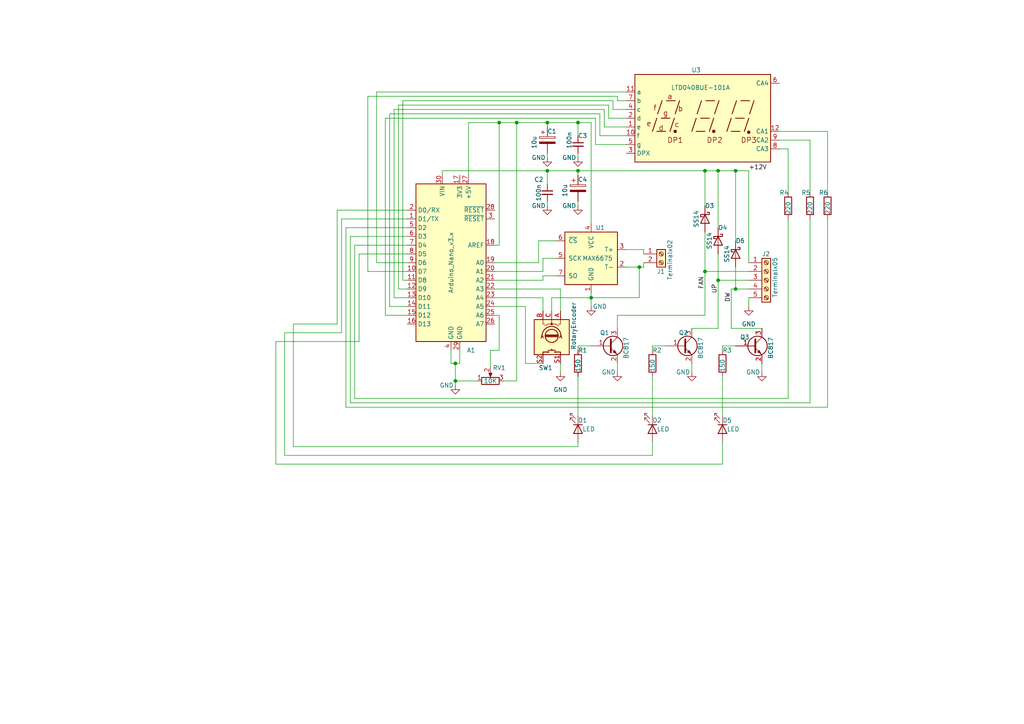
<source format=kicad_sch>
(kicad_sch (version 20230121) (generator eeschema)
  (paper "A4")
  (lib_symbols
    (symbol "Connector:Screw_Terminal_01x02" (pin_names (offset 1.016) hide)
      (property "Reference" "J" (at 0 2.54 0))
      (property "Value" "Screw_Terminal_01x02" (at 0 -5.08 0))
      (symbol "Screw_Terminal_01x02_1_1"
        (rectangle (start -1.27 1.27) (end 1.27 -3.81) (stroke (width 0.254)) (fill (type background)))
        (circle (center 0 -2.54) (radius 0.635) (stroke (width 0.1524)))
        (polyline (pts (xy -0.5334 -2.2098) (xy 0.3302 -3.048)) (stroke (width 0.1524)))
        (polyline (pts (xy -0.5334 0.3302) (xy 0.3302 -0.508)) (stroke (width 0.1524)))
        (polyline (pts (xy -0.3556 -2.032) (xy 0.508 -2.8702)) (stroke (width 0.1524)))
        (polyline (pts (xy -0.3556 0.508) (xy 0.508 -0.3302)) (stroke (width 0.1524)))
        (circle (center 0 0) (radius 0.635) (stroke (width 0.1524)))
        (pin passive line (at -5.08 0 0) (length 3.81) (name "Pin_1") (number "1"))
        (pin passive line (at -5.08 -2.54 0) (length 3.81) (name "Pin_2") (number "2"))
      )
    )
    (symbol "Connector:Screw_Terminal_01x05" (pin_names (offset 1.016) hide)
      (property "Reference" "J" (at 0 7.62 0))
      (property "Value" "Screw_Terminal_01x05" (at 0 -7.62 0))
      (symbol "Screw_Terminal_01x05_1_1"
        (rectangle (start -1.27 6.35) (end 1.27 -6.35) (stroke (width 0.254)) (fill (type background)))
        (circle (center 0 -5.08) (radius 0.635) (stroke (width 0.1524)))
        (circle (center 0 -2.54) (radius 0.635) (stroke (width 0.1524)))
        (polyline (pts (xy -0.5334 -4.7498) (xy 0.3302 -5.588)) (stroke (width 0.1524)))
        (polyline (pts (xy -0.5334 -2.2098) (xy 0.3302 -3.048)) (stroke (width 0.1524)))
        (polyline (pts (xy -0.5334 0.3302) (xy 0.3302 -0.508)) (stroke (width 0.1524)))
        (polyline (pts (xy -0.5334 2.8702) (xy 0.3302 2.032)) (stroke (width 0.1524)))
        (polyline (pts (xy -0.5334 5.4102) (xy 0.3302 4.572)) (stroke (width 0.1524)))
        (polyline (pts (xy -0.3556 -4.572) (xy 0.508 -5.4102)) (stroke (width 0.1524)))
        (polyline (pts (xy -0.3556 -2.032) (xy 0.508 -2.8702)) (stroke (width 0.1524)))
        (polyline (pts (xy -0.3556 0.508) (xy 0.508 -0.3302)) (stroke (width 0.1524)))
        (polyline (pts (xy -0.3556 3.048) (xy 0.508 2.2098)) (stroke (width 0.1524)))
        (polyline (pts (xy -0.3556 5.588) (xy 0.508 4.7498)) (stroke (width 0.1524)))
        (circle (center 0 0) (radius 0.635) (stroke (width 0.1524)))
        (circle (center 0 2.54) (radius 0.635) (stroke (width 0.1524)))
        (circle (center 0 5.08) (radius 0.635) (stroke (width 0.1524)))
        (pin passive line (at -5.08 5.08 0) (length 3.81) (name "Pin_1") (number "1"))
        (pin passive line (at -5.08 2.54 0) (length 3.81) (name "Pin_2") (number "2"))
        (pin passive line (at -5.08 0 0) (length 3.81) (name "Pin_3") (number "3"))
        (pin passive line (at -5.08 -2.54 0) (length 3.81) (name "Pin_4") (number "4"))
        (pin passive line (at -5.08 -5.08 0) (length 3.81) (name "Pin_5") (number "5"))
      )
    )
    (symbol "Device:C_Polarized" (pin_numbers hide) (pin_names (offset 0.254))
      (property "Reference" "C" (at 0.635 2.54 0))
      (property "Value" "C_Polarized" (at 0.635 -2.54 0))
      (symbol "C_Polarized_0_1"
        (rectangle (start -2.286 0.508) (end 2.286 1.016))
        (polyline (pts (xy -1.778 2.286) (xy -0.762 2.286)))
        (polyline (pts (xy -1.27 2.794) (xy -1.27 1.778)))
        (rectangle (start 2.286 -0.508) (end -2.286 -1.016) (fill (type outline)))
      )
      (symbol "C_Polarized_1_1"
        (pin passive line (at 0 3.81 270) (length 2.794) (name "~") (number "1"))
        (pin passive line (at 0 -3.81 90) (length 2.794) (name "~") (number "2"))
      )
    )
    (symbol "Device:C_Small" (pin_numbers hide) (pin_names (offset 0.254) hide)
      (property "Reference" "C" (at 0.254 1.778 0))
      (property "Value" "C_Small" (at 0.254 -2.032 0))
      (symbol "C_Small_0_1"
        (polyline (pts (xy -1.524 -0.508) (xy 1.524 -0.508)) (stroke (width 0.3302)))
        (polyline (pts (xy -1.524 0.508) (xy 1.524 0.508)) (stroke (width 0.3048)))
      )
      (symbol "C_Small_1_1"
        (pin passive line (at 0 2.54 270) (length 2.032) (name "~") (number "1"))
        (pin passive line (at 0 -2.54 90) (length 2.032) (name "~") (number "2"))
      )
    )
    (symbol "Device:D_Schottky" (pin_numbers hide) (pin_names (offset 1.016) hide)
      (property "Reference" "D" (at 0 2.54 0))
      (property "Value" "D_Schottky" (at 0 -2.54 0))
      (symbol "D_Schottky_0_1"
        (polyline (pts (xy 1.27 0) (xy -1.27 0)))
        (polyline (pts (xy 1.27 1.27) (xy 1.27 -1.27) (xy -1.27 0) (xy 1.27 1.27)) (stroke (width 0.254)))
        (polyline (pts (xy -1.905 0.635) (xy -1.905 1.27) (xy -1.27 1.27) (xy -1.27 -1.27) (xy -0.635 -1.27) (xy -0.635 -0.635)) (stroke (width 0.254)))
      )
      (symbol "D_Schottky_1_1"
        (pin passive line (at -3.81 0 0) (length 2.54) (name "K") (number "1"))
        (pin passive line (at 3.81 0 180) (length 2.54) (name "A") (number "2"))
      )
    )
    (symbol "Device:LED" (pin_numbers hide) (pin_names (offset 1.016) hide)
      (property "Reference" "D" (at 0 2.54 0))
      (property "Value" "LED" (at 0 -2.54 0))
      (symbol "LED_0_1"
        (polyline (pts (xy -1.27 -1.27) (xy -1.27 1.27)) (stroke (width 0.254)))
        (polyline (pts (xy -1.27 0) (xy 1.27 0)))
        (polyline (pts (xy 1.27 -1.27) (xy 1.27 1.27) (xy -1.27 0) (xy 1.27 -1.27)) (stroke (width 0.254)))
        (polyline (pts (xy -3.048 -0.762) (xy -4.572 -2.286) (xy -3.81 -2.286) (xy -4.572 -2.286) (xy -4.572 -1.524)))
        (polyline (pts (xy -1.778 -0.762) (xy -3.302 -2.286) (xy -2.54 -2.286) (xy -3.302 -2.286) (xy -3.302 -1.524)))
      )
      (symbol "LED_1_1"
        (pin passive line (at -3.81 0 0) (length 2.54) (name "K") (number "1"))
        (pin passive line (at 3.81 0 180) (length 2.54) (name "A") (number "2"))
      )
    )
    (symbol "Device:R" (pin_numbers hide) (pin_names (offset 0))
      (property "Reference" "R" (at 2.032 0 90))
      (property "Value" "R" (at 0 0 90))
      (symbol "R_0_1"
        (rectangle (start -1.016 -2.54) (end 1.016 2.54) (stroke (width 0.254)))
      )
      (symbol "R_1_1"
        (pin passive line (at 0 3.81 270) (length 1.27) (name "~") (number "1"))
        (pin passive line (at 0 -3.81 90) (length 1.27) (name "~") (number "2"))
      )
    )
    (symbol "Device:R_Potentiometer" (pin_names (offset 1.016) hide)
      (property "Reference" "RV" (at -4.445 0 90))
      (property "Value" "R_Potentiometer" (at -2.54 0 90))
      (symbol "R_Potentiometer_0_1"
        (polyline (pts (xy 2.54 0) (xy 1.524 0)))
        (polyline (pts (xy 1.143 0) (xy 2.286 0.508) (xy 2.286 -0.508) (xy 1.143 0)) (fill (type outline)))
        (rectangle (start 1.016 2.54) (end -1.016 -2.54) (stroke (width 0.254)))
      )
      (symbol "R_Potentiometer_1_1"
        (pin passive line (at 0 3.81 270) (length 1.27) (name "1") (number "1"))
        (pin passive line (at 3.81 0 180) (length 1.27) (name "2") (number "2"))
        (pin passive line (at 0 -3.81 90) (length 1.27) (name "3") (number "3"))
      )
    )
    (symbol "Device:RotaryEncoder_Switch" (pin_names (offset 0.254) hide)
      (property "Reference" "SW" (at 0 6.604 0))
      (property "Value" "RotaryEncoder_Switch" (at 0 -6.604 0))
      (symbol "RotaryEncoder_Switch_0_1"
        (rectangle (start -5.08 5.08) (end 5.08 -5.08) (stroke (width 0.254)) (fill (type background)))
        (circle (center -3.81 0) (radius 0.254) (fill (type outline)))
        (circle (center -0.381 0) (radius 1.905) (stroke (width 0.254)))
        (arc (start -0.381 2.667) (mid -3.0988 -0.0635) (end -0.381 -2.794) (stroke (width 0.254)))
        (polyline (pts (xy -0.635 -1.778) (xy -0.635 1.778)) (stroke (width 0.254)))
        (polyline (pts (xy -0.381 -1.778) (xy -0.381 1.778)) (stroke (width 0.254)))
        (polyline (pts (xy -0.127 1.778) (xy -0.127 -1.778)) (stroke (width 0.254)))
        (polyline (pts (xy 3.81 0) (xy 3.429 0)) (stroke (width 0.254)))
        (polyline (pts (xy 3.81 1.016) (xy 3.81 -1.016)) (stroke (width 0.254)))
        (polyline (pts (xy -5.08 -2.54) (xy -3.81 -2.54) (xy -3.81 -2.032)))
        (polyline (pts (xy -5.08 2.54) (xy -3.81 2.54) (xy -3.81 2.032)))
        (polyline (pts (xy 0.254 -3.048) (xy -0.508 -2.794) (xy 0.127 -2.413)) (stroke (width 0.254)))
        (polyline (pts (xy 0.254 2.921) (xy -0.508 2.667) (xy 0.127 2.286)) (stroke (width 0.254)))
        (polyline (pts (xy 5.08 -2.54) (xy 4.318 -2.54) (xy 4.318 -1.016)) (stroke (width 0.254)))
        (polyline (pts (xy 5.08 2.54) (xy 4.318 2.54) (xy 4.318 1.016)) (stroke (width 0.254)))
        (polyline (pts (xy -5.08 0) (xy -3.81 0) (xy -3.81 -1.016) (xy -3.302 -2.032)))
        (polyline (pts (xy -4.318 0) (xy -3.81 0) (xy -3.81 1.016) (xy -3.302 2.032)))
        (circle (center 4.318 -1.016) (radius 0.127) (stroke (width 0.254)))
        (circle (center 4.318 1.016) (radius 0.127) (stroke (width 0.254)))
      )
      (symbol "RotaryEncoder_Switch_1_1"
        (pin passive line (at -7.62 2.54 0) (length 2.54) (name "A") (number "A"))
        (pin passive line (at -7.62 -2.54 0) (length 2.54) (name "B") (number "B"))
        (pin passive line (at -7.62 0 0) (length 2.54) (name "C") (number "C"))
        (pin passive line (at 7.62 2.54 180) (length 2.54) (name "S1") (number "S1"))
        (pin passive line (at 7.62 -2.54 180) (length 2.54) (name "S2") (number "S2"))
      )
    )
    (symbol "Display_Character:CA56-12SRWA"
      (property "Reference" "U?" (at -5.715 17.78 0))
      (property "Value" "LTD040BUE-101A" (at -5.715 15.24 0))
      (symbol "CA56-12SRWA_0_0"
        (rectangle (start -25.4 12.7) (end 13.97 -12.7) (stroke (width 0.254)) (fill (type background)))
        (polyline (pts (xy -20.32 -3.81) (xy -19.05 0)) (stroke (width 0.254)))
        (polyline (pts (xy -19.05 -3.81) (xy -16.51 -3.81)) (stroke (width 0.254)))
        (polyline (pts (xy -18.796 1.27) (xy -17.526 5.08)) (stroke (width 0.254)))
        (polyline (pts (xy -17.78 0) (xy -15.24 0)) (stroke (width 0.254)))
        (polyline (pts (xy -16.256 5.08) (xy -13.716 5.08)) (stroke (width 0.254)))
        (polyline (pts (xy -15.24 -3.81) (xy -13.97 0)) (stroke (width 0.254)))
        (polyline (pts (xy -13.716 1.27) (xy -12.446 5.08)) (stroke (width 0.254)))
        (polyline (pts (xy -8.89 -3.81) (xy -7.62 0)) (stroke (width 0.254)))
        (polyline (pts (xy -7.62 -3.81) (xy -5.08 -3.81)) (stroke (width 0.254)))
        (polyline (pts (xy -7.366 1.27) (xy -6.096 5.08)) (stroke (width 0.254)))
        (polyline (pts (xy -6.35 0) (xy -3.81 0)) (stroke (width 0.254)))
        (polyline (pts (xy -4.826 5.08) (xy -2.286 5.08)) (stroke (width 0.254)))
        (polyline (pts (xy -3.81 -3.81) (xy -2.54 0)) (stroke (width 0.254)))
        (polyline (pts (xy -2.286 1.27) (xy -1.016 5.08)) (stroke (width 0.254)))
        (polyline (pts (xy 1.27 -3.81) (xy 2.54 0)) (stroke (width 0.254)))
        (polyline (pts (xy 2.54 -3.81) (xy 5.08 -3.81)) (stroke (width 0.254)))
        (polyline (pts (xy 2.794 1.27) (xy 4.064 5.08)) (stroke (width 0.254)))
        (polyline (pts (xy 3.81 0) (xy 6.35 0)) (stroke (width 0.254)))
        (polyline (pts (xy 5.334 5.08) (xy 7.874 5.08)) (stroke (width 0.254)))
        (polyline (pts (xy 6.35 -3.81) (xy 7.62 0)) (stroke (width 0.254)))
        (polyline (pts (xy 7.874 1.27) (xy 9.144 5.08)) (stroke (width 0.254)))
        (text "a" (at -15.24 6.35 0) (effects (font (size 1.524 1.524))))
        (text "b" (at -12.192 2.794 0) (effects (font (size 1.524 1.524))))
        (text "c" (at -13.208 -1.778 0) (effects (font (size 1.524 1.524))))
        (text "d" (at -17.78 -2.794 0) (effects (font (size 1.524 1.524))))
        (text "DP1" (at -13.716 -6.35 0) (effects (font (size 1.524 1.524))))
        (text "DP2" (at -2.286 -6.35 0) (effects (font (size 1.524 1.524))))
        (text "DP3" (at 7.62 -6.35 0) (effects (font (size 1.524 1.524))))
        (text "e" (at -21.336 -1.524 0) (effects (font (size 1.524 1.524))))
        (text "f" (at -19.558 3.048 0) (effects (font (size 1.524 1.524))))
        (text "g" (at -16.51 1.524 0) (effects (font (size 1.524 1.524))))
      )
      (symbol "CA56-12SRWA_0_1"
        (circle (center -13.716 -3.81) (radius 0.3556) (stroke (width 0.254)) (fill (type outline)))
        (circle (center -2.54 -3.81) (radius 0.3556) (stroke (width 0.254)) (fill (type outline)))
      )
      (symbol "CA56-12SRWA_1_0"
        (circle (center 7.62 -4.064) (radius 0.3556) (stroke (width 0.254)) (fill (type outline)))
      )
      (symbol "CA56-12SRWA_1_1"
        (pin input line (at -27.94 -2.54 0) (length 2.54) (name "e") (number "1"))
        (pin input line (at -27.94 -5.08 0) (length 2.54) (name "f") (number "10"))
        (pin input line (at -27.94 7.62 0) (length 2.54) (name "a") (number "11"))
        (pin input line (at 16.51 -3.81 180) (length 2.54) (name "CA1") (number "12"))
        (pin input line (at -27.94 0 0) (length 2.54) (name "d") (number "2"))
        (pin input line (at -27.94 -10.16 0) (length 2.54) (name "DPX") (number "3"))
        (pin input line (at -27.94 2.54 0) (length 2.54) (name "c") (number "4"))
        (pin input line (at -27.94 -7.62 0) (length 2.54) (name "g") (number "5"))
        (pin input line (at 16.51 10.16 180) (length 2.54) (name "CA4") (number "6"))
        (pin input line (at -27.94 5.08 0) (length 2.54) (name "b") (number "7"))
        (pin input line (at 16.51 -8.89 180) (length 2.54) (name "CA3") (number "8"))
        (pin input line (at 16.51 -6.35 180) (length 2.54) (name "CA2") (number "9"))
      )
    )
    (symbol "MCU_Module:Arduino_Nano_v3.x"
      (property "Reference" "A" (at -10.16 23.495 0))
      (property "Value" "Arduino_Nano_v3.x" (at 5.08 -24.13 0))
      (symbol "Arduino_Nano_v3.x_0_1"
        (rectangle (start -10.16 22.86) (end 10.16 -22.86) (stroke (width 0.254)) (fill (type background)))
      )
      (symbol "Arduino_Nano_v3.x_1_1"
        (pin bidirectional line (at -12.7 12.7 0) (length 2.54) (name "D1/TX") (number "1"))
        (pin bidirectional line (at -12.7 -2.54 0) (length 2.54) (name "D7") (number "10"))
        (pin bidirectional line (at -12.7 -5.08 0) (length 2.54) (name "D8") (number "11"))
        (pin bidirectional line (at -12.7 -7.62 0) (length 2.54) (name "D9") (number "12"))
        (pin bidirectional line (at -12.7 -10.16 0) (length 2.54) (name "D10") (number "13"))
        (pin bidirectional line (at -12.7 -12.7 0) (length 2.54) (name "D11") (number "14"))
        (pin bidirectional line (at -12.7 -15.24 0) (length 2.54) (name "D12") (number "15"))
        (pin bidirectional line (at -12.7 -17.78 0) (length 2.54) (name "D13") (number "16"))
        (pin power_out line (at 2.54 25.4 270) (length 2.54) (name "3V3") (number "17"))
        (pin input line (at 12.7 5.08 180) (length 2.54) (name "AREF") (number "18"))
        (pin bidirectional line (at 12.7 0 180) (length 2.54) (name "A0") (number "19"))
        (pin bidirectional line (at -12.7 15.24 0) (length 2.54) (name "D0/RX") (number "2"))
        (pin bidirectional line (at 12.7 -2.54 180) (length 2.54) (name "A1") (number "20"))
        (pin bidirectional line (at 12.7 -5.08 180) (length 2.54) (name "A2") (number "21"))
        (pin bidirectional line (at 12.7 -7.62 180) (length 2.54) (name "A3") (number "22"))
        (pin bidirectional line (at 12.7 -10.16 180) (length 2.54) (name "A4") (number "23"))
        (pin bidirectional line (at 12.7 -12.7 180) (length 2.54) (name "A5") (number "24"))
        (pin bidirectional line (at 12.7 -15.24 180) (length 2.54) (name "A6") (number "25"))
        (pin bidirectional line (at 12.7 -17.78 180) (length 2.54) (name "A7") (number "26"))
        (pin power_out line (at 5.08 25.4 270) (length 2.54) (name "+5V") (number "27"))
        (pin input line (at 12.7 15.24 180) (length 2.54) (name "~{RESET}") (number "28"))
        (pin power_in line (at 2.54 -25.4 90) (length 2.54) (name "GND") (number "29"))
        (pin input line (at 12.7 12.7 180) (length 2.54) (name "~{RESET}") (number "3"))
        (pin power_in line (at -2.54 25.4 270) (length 2.54) (name "VIN") (number "30"))
        (pin power_in line (at 0 -25.4 90) (length 2.54) (name "GND") (number "4"))
        (pin bidirectional line (at -12.7 10.16 0) (length 2.54) (name "D2") (number "5"))
        (pin bidirectional line (at -12.7 7.62 0) (length 2.54) (name "D3") (number "6"))
        (pin bidirectional line (at -12.7 5.08 0) (length 2.54) (name "D4") (number "7"))
        (pin bidirectional line (at -12.7 2.54 0) (length 2.54) (name "D5") (number "8"))
        (pin bidirectional line (at -12.7 0 0) (length 2.54) (name "D6") (number "9"))
      )
    )
    (symbol "Sensor_Temperature:MAX31855KASA" (pin_names (offset 1.016))
      (property "Reference" "U?" (at 0.5206 12.7 0))
      (property "Value" "MAX31855KASA" (at 0.5206 10.16 0))
      (symbol "MAX31855KASA_0_1"
        (rectangle (start -7.62 7.62) (end 7.62 -7.62) (stroke (width 0.254)) (fill (type background)))
      )
      (symbol "MAX31855KASA_1_1"
        (pin power_in line (at 0 -10.16 90) (length 2.54) (name "GND") (number "1"))
        (pin passive line (at -10.16 -2.54 0) (length 2.54) (name "T-") (number "2"))
        (pin passive line (at -10.16 2.54 0) (length 2.54) (name "T+") (number "3"))
        (pin power_in line (at 0 10.16 270) (length 2.54) (name "VCC") (number "4"))
        (pin input line (at 10.16 0 180) (length 2.54) (name "SCK") (number "5"))
        (pin input line (at 10.16 5.08 180) (length 2.54) (name "~{CS}") (number "6"))
        (pin tri_state line (at 10.16 -5.08 180) (length 2.54) (name "SO") (number "7"))
      )
    )
    (symbol "Transistor_BJT:BC817" (pin_names (offset 0) hide)
      (property "Reference" "Q" (at 5.08 1.905 0))
      (property "Value" "BC817" (at 5.08 0 0))
      (symbol "BC817_0_1"
        (polyline (pts (xy 0.635 0.635) (xy 2.54 2.54)))
        (polyline (pts (xy 0.635 -0.635) (xy 2.54 -2.54) (xy 2.54 -2.54)))
        (polyline (pts (xy 0.635 1.905) (xy 0.635 -1.905) (xy 0.635 -1.905)) (stroke (width 0.508)))
        (polyline (pts (xy 1.27 -1.778) (xy 1.778 -1.27) (xy 2.286 -2.286) (xy 1.27 -1.778) (xy 1.27 -1.778)) (fill (type outline)))
        (circle (center 1.27 0) (radius 2.8194) (stroke (width 0.254)))
      )
      (symbol "BC817_1_1"
        (pin input line (at -5.08 0 0) (length 5.715) (name "B") (number "1"))
        (pin passive line (at 2.54 -5.08 90) (length 2.54) (name "E") (number "2"))
        (pin passive line (at 2.54 5.08 270) (length 2.54) (name "C") (number "3"))
      )
    )
    (symbol "power:GND" (power) (pin_names (offset 0))
      (property "Value" "GND" (at 0 -3.81 0))
      (symbol "GND_0_1"
        (polyline (pts (xy 0 0) (xy 0 -1.27) (xy 1.27 -1.27) (xy 0 -2.54) (xy -1.27 -1.27) (xy 0 -1.27)))
      )
      (symbol "GND_1_1"
        (pin power_in line (at 0 0 270) (length 0) hide (name "GND") (number "1"))
      )
    )
  )
  (junction (at 149.86 35.56))
  (junction (at 132.08 105.41))
  (junction (at 167.64 35.56))
  (junction (at 208.28 81.28))
  (junction (at 204.47 78.74))
  (junction (at 144.78 35.56))
  (junction (at 208.28 49.53))
  (junction (at 132.08 110.49))
  (junction (at 158.75 35.56))
  (junction (at 185.42 77.47))
  (junction (at 158.75 49.53))
  (junction (at 213.36 49.53))
  (junction (at 213.36 83.82))
  (junction (at 171.45 86.36))
  (junction (at 204.47 49.53))
  (junction (at 167.64 49.53))
  (wire (pts (xy 228.6 43.18) (xy 226.06 43.18)))
  (wire (pts (xy 104.14 73.66) (xy 118.11 73.66)))
  (wire (pts (xy 116.84 81.28) (xy 118.11 81.28)))
  (wire (pts (xy 234.95 40.64) (xy 226.06 40.64)))
  (wire (pts (xy 158.75 35.56) (xy 158.75 36.83)))
  (wire (pts (xy 157.48 80.01) (xy 157.48 81.28)))
  (wire (pts (xy 213.36 100.33) (xy 209.55 100.33)))
  (wire (pts (xy 171.45 35.56) (xy 171.45 64.77)))
  (wire (pts (xy 181.61 31.75) (xy 177.8 31.75)))
  (wire (pts (xy 240.03 38.1) (xy 240.03 55.88)))
  (wire (pts (xy 142.24 101.6) (xy 142.24 106.68)))
  (wire (pts (xy 209.55 128.27) (xy 209.55 134.62)))
  (wire (pts (xy 118.11 76.2) (xy 109.22 76.2)))
  (wire (pts (xy 172.72 34.29) (xy 111.76 34.29)))
  (wire (pts (xy 118.11 66.04) (xy 100.33 66.04)))
  (wire (pts (xy 149.86 35.56) (xy 158.75 35.56)))
  (wire (pts (xy 212.09 83.82) (xy 213.36 83.82)))
  (wire (pts (xy 162.56 105.41) (xy 162.56 107.95)))
  (wire (pts (xy 144.78 101.6) (xy 142.24 101.6)))
  (wire (pts (xy 118.11 60.96) (xy 97.79 60.96)))
  (wire (pts (xy 204.47 91.44) (xy 204.47 78.74)))
  (wire (pts (xy 82.55 132.08) (xy 82.55 96.52)))
  (wire (pts (xy 176.53 30.48) (xy 115.57 30.48)))
  (wire (pts (xy 113.03 88.9) (xy 118.11 88.9)))
  (wire (pts (xy 226.06 38.1) (xy 240.03 38.1)))
  (wire (pts (xy 212.09 95.25) (xy 212.09 83.82)))
  (wire (pts (xy 133.35 101.6) (xy 133.35 105.41)))
  (wire (pts (xy 144.78 71.12) (xy 143.51 71.12)))
  (wire (pts (xy 158.75 35.56) (xy 167.64 35.56)))
  (wire (pts (xy 111.76 91.44) (xy 118.11 91.44)))
  (wire (pts (xy 161.29 80.01) (xy 157.48 80.01)))
  (wire (pts (xy 101.6 68.58) (xy 118.11 68.58)))
  (wire (pts (xy 177.8 31.75) (xy 177.8 29.21)))
  (wire (pts (xy 162.56 83.82) (xy 162.56 90.17)))
  (wire (pts (xy 171.45 86.36) (xy 171.45 88.9)))
  (wire (pts (xy 189.23 128.27) (xy 189.23 132.08)))
  (wire (pts (xy 234.95 40.64) (xy 234.95 55.88)))
  (wire (pts (xy 138.43 110.49) (xy 132.08 110.49)))
  (wire (pts (xy 152.4 105.41) (xy 157.48 105.41)))
  (wire (pts (xy 143.51 83.82) (xy 162.56 83.82)))
  (wire (pts (xy 217.17 86.36) (xy 217.17 88.9)))
  (wire (pts (xy 97.79 93.98) (xy 85.09 93.98)))
  (wire (pts (xy 130.81 105.41) (xy 132.08 105.41)))
  (wire (pts (xy 171.45 100.33) (xy 167.64 100.33)))
  (wire (pts (xy 217.17 76.2) (xy 217.17 49.53)))
  (wire (pts (xy 217.17 49.53) (xy 213.36 49.53)))
  (wire (pts (xy 213.36 49.53) (xy 213.36 69.85)))
  (wire (pts (xy 80.01 99.06) (xy 80.01 134.62)))
  (wire (pts (xy 144.78 35.56) (xy 144.78 71.12)))
  (wire (pts (xy 115.57 30.48) (xy 115.57 83.82)))
  (wire (pts (xy 172.72 41.91) (xy 172.72 34.29)))
  (wire (pts (xy 167.64 44.45) (xy 167.64 45.72)))
  (wire (pts (xy 135.89 35.56) (xy 135.89 50.8)))
  (wire (pts (xy 116.84 29.21) (xy 116.84 81.28)))
  (wire (pts (xy 143.51 76.2) (xy 156.21 76.2)))
  (wire (pts (xy 156.21 76.2) (xy 156.21 69.85)))
  (wire (pts (xy 181.61 36.83) (xy 175.26 36.83)))
  (wire (pts (xy 160.02 86.36) (xy 171.45 86.36)))
  (wire (pts (xy 173.99 39.37) (xy 173.99 33.02)))
  (wire (pts (xy 181.61 39.37) (xy 173.99 39.37)))
  (wire (pts (xy 111.76 34.29) (xy 111.76 91.44)))
  (wire (pts (xy 213.36 49.53) (xy 208.28 49.53)))
  (wire (pts (xy 228.6 63.5) (xy 228.6 115.57)))
  (wire (pts (xy 209.55 134.62) (xy 80.01 134.62)))
  (wire (pts (xy 130.81 101.6) (xy 130.81 105.41)))
  (wire (pts (xy 152.4 88.9) (xy 152.4 105.41)))
  (wire (pts (xy 179.07 29.21) (xy 179.07 27.94)))
  (wire (pts (xy 181.61 34.29) (xy 176.53 34.29)))
  (wire (pts (xy 143.51 91.44) (xy 144.78 91.44)))
  (wire (pts (xy 128.27 49.53) (xy 128.27 50.8)))
  (wire (pts (xy 175.26 36.83) (xy 175.26 31.75)))
  (wire (pts (xy 209.55 109.22) (xy 209.55 120.65)))
  (wire (pts (xy 143.51 81.28) (xy 157.48 81.28)))
  (wire (pts (xy 204.47 67.31) (xy 204.47 78.74)))
  (wire (pts (xy 102.87 115.57) (xy 228.6 115.57)))
  (wire (pts (xy 157.48 74.93) (xy 157.48 78.74)))
  (wire (pts (xy 85.09 93.98) (xy 85.09 129.54)))
  (wire (pts (xy 234.95 63.5) (xy 234.95 116.84)))
  (wire (pts (xy 181.61 77.47) (xy 185.42 77.47)))
  (wire (pts (xy 167.64 49.53) (xy 204.47 49.53)))
  (wire (pts (xy 158.75 49.53) (xy 167.64 49.53)))
  (wire (pts (xy 97.79 60.96) (xy 97.79 93.98)))
  (wire (pts (xy 114.3 31.75) (xy 114.3 86.36)))
  (wire (pts (xy 102.87 71.12) (xy 102.87 115.57)))
  (wire (pts (xy 85.09 129.54) (xy 167.64 129.54)))
  (wire (pts (xy 208.28 49.53) (xy 204.47 49.53)))
  (wire (pts (xy 167.64 35.56) (xy 171.45 35.56)))
  (wire (pts (xy 185.42 77.47) (xy 185.42 86.36)))
  (wire (pts (xy 167.64 58.42) (xy 167.64 59.69)))
  (wire (pts (xy 113.03 33.02) (xy 113.03 88.9)))
  (wire (pts (xy 128.27 49.53) (xy 158.75 49.53)))
  (wire (pts (xy 186.69 76.2) (xy 186.69 77.47)))
  (wire (pts (xy 167.64 109.22) (xy 167.64 120.65)))
  (wire (pts (xy 181.61 29.21) (xy 179.07 29.21)))
  (wire (pts (xy 213.36 83.82) (xy 217.17 83.82)))
  (wire (pts (xy 99.06 63.5) (xy 99.06 96.52)))
  (wire (pts (xy 175.26 31.75) (xy 114.3 31.75)))
  (wire (pts (xy 101.6 116.84) (xy 234.95 116.84)))
  (wire (pts (xy 144.78 35.56) (xy 135.89 35.56)))
  (wire (pts (xy 109.22 76.2) (xy 109.22 26.67)))
  (wire (pts (xy 146.05 110.49) (xy 149.86 110.49)))
  (wire (pts (xy 158.75 58.42) (xy 158.75 59.69)))
  (wire (pts (xy 220.98 105.41) (xy 220.98 107.95)))
  (wire (pts (xy 204.47 49.53) (xy 204.47 59.69)))
  (wire (pts (xy 144.78 91.44) (xy 144.78 101.6)))
  (wire (pts (xy 179.07 105.41) (xy 179.07 107.95)))
  (wire (pts (xy 204.47 78.74) (xy 217.17 78.74)))
  (wire (pts (xy 220.98 95.25) (xy 212.09 95.25)))
  (wire (pts (xy 189.23 100.33) (xy 193.04 100.33)))
  (wire (pts (xy 167.64 49.53) (xy 167.64 50.8)))
  (wire (pts (xy 161.29 74.93) (xy 157.48 74.93)))
  (wire (pts (xy 167.64 129.54) (xy 167.64 128.27)))
  (wire (pts (xy 143.51 86.36) (xy 157.48 86.36)))
  (wire (pts (xy 186.69 73.66) (xy 186.69 72.39)))
  (wire (pts (xy 208.28 95.25) (xy 200.66 95.25)))
  (wire (pts (xy 171.45 86.36) (xy 171.45 85.09)))
  (wire (pts (xy 82.55 96.52) (xy 99.06 96.52)))
  (wire (pts (xy 115.57 83.82) (xy 118.11 83.82)))
  (wire (pts (xy 167.64 35.56) (xy 167.64 39.37)))
  (wire (pts (xy 100.33 66.04) (xy 100.33 118.11)))
  (wire (pts (xy 132.08 105.41) (xy 133.35 105.41)))
  (wire (pts (xy 213.36 77.47) (xy 213.36 83.82)))
  (wire (pts (xy 240.03 118.11) (xy 100.33 118.11)))
  (wire (pts (xy 179.07 91.44) (xy 204.47 91.44)))
  (wire (pts (xy 200.66 105.41) (xy 200.66 107.95)))
  (wire (pts (xy 152.4 88.9) (xy 143.51 88.9)))
  (wire (pts (xy 149.86 110.49) (xy 149.86 35.56)))
  (wire (pts (xy 176.53 34.29) (xy 176.53 30.48)))
  (wire (pts (xy 209.55 100.33) (xy 209.55 101.6)))
  (wire (pts (xy 240.03 63.5) (xy 240.03 118.11)))
  (wire (pts (xy 157.48 90.17) (xy 157.48 86.36)))
  (wire (pts (xy 132.08 105.41) (xy 132.08 110.49)))
  (wire (pts (xy 149.86 35.56) (xy 144.78 35.56)))
  (wire (pts (xy 173.99 33.02) (xy 113.03 33.02)))
  (wire (pts (xy 179.07 27.94) (xy 106.68 27.94)))
  (wire (pts (xy 101.6 68.58) (xy 101.6 116.84)))
  (wire (pts (xy 167.64 100.33) (xy 167.64 101.6)))
  (wire (pts (xy 143.51 78.74) (xy 157.48 78.74)))
  (wire (pts (xy 185.42 86.36) (xy 171.45 86.36)))
  (wire (pts (xy 179.07 95.25) (xy 179.07 91.44)))
  (wire (pts (xy 186.69 72.39) (xy 181.61 72.39)))
  (wire (pts (xy 189.23 109.22) (xy 189.23 120.65)))
  (wire (pts (xy 156.21 69.85) (xy 161.29 69.85)))
  (wire (pts (xy 186.69 77.47) (xy 185.42 77.47)))
  (wire (pts (xy 80.01 99.06) (xy 104.14 99.06)))
  (wire (pts (xy 217.17 81.28) (xy 208.28 81.28)))
  (wire (pts (xy 118.11 86.36) (xy 114.3 86.36)))
  (wire (pts (xy 189.23 132.08) (xy 82.55 132.08)))
  (wire (pts (xy 181.61 41.91) (xy 172.72 41.91)))
  (wire (pts (xy 118.11 63.5) (xy 99.06 63.5)))
  (wire (pts (xy 158.75 44.45) (xy 158.75 45.72)))
  (wire (pts (xy 160.02 90.17) (xy 160.02 86.36)))
  (wire (pts (xy 228.6 43.18) (xy 228.6 55.88)))
  (wire (pts (xy 106.68 27.94) (xy 106.68 78.74)))
  (wire (pts (xy 208.28 81.28) (xy 208.28 95.25)))
  (wire (pts (xy 158.75 49.53) (xy 158.75 53.34)))
  (wire (pts (xy 189.23 101.6) (xy 189.23 100.33)))
  (wire (pts (xy 177.8 29.21) (xy 116.84 29.21)))
  (wire (pts (xy 106.68 78.74) (xy 118.11 78.74)))
  (wire (pts (xy 208.28 49.53) (xy 208.28 66.04)))
  (wire (pts (xy 118.11 71.12) (xy 102.87 71.12)))
  (wire (pts (xy 109.22 26.67) (xy 181.61 26.67)))
  (wire (pts (xy 104.14 99.06) (xy 104.14 73.66)))
  (wire (pts (xy 132.08 110.49) (xy 132.08 111.76)))
  (wire (pts (xy 208.28 73.66) (xy 208.28 81.28)))
  (label "FAN" (at 204.47 83.82 90))
  (label "UP" (at 208.28 85.09 90))
  (label "+12V" (at 217.17 49.53 0))
  (label "DW" (at 212.09 87.63 90))
  (symbol (lib_id "power:GND") (at 220.98 107.95 0) (unit 1)
    (property "Reference" "#PWR012" (effects hide))
    (property "Value" "GND" (at 218.44 107.95 0))
  )
  (symbol (lib_id "Device:LED") (at 167.64 124.46 270) (unit 1)
    (property "Reference" "D1" (at 167.64 121.92 90) (effects (justify left)))
    (property "Value" "LED" (at 168.91 124.46 90) (effects (justify left)))
    (property "Footprint" "LED_THT:LED_D5.0mm" (effects hide))
  )
  (symbol (lib_id "Device:C_Polarized") (at 167.64 54.61 0) (unit 1)
    (property "Reference" "C4" (at 167.64 52.07 0) (effects (justify left)))
    (property "Value" "10u" (at 163.83 57.15 90) (effects (justify left)))
    (property "Footprint" "Capacitor_THT:CP_Radial_D6.3mm_P2.50mm" (effects hide))
  )
  (symbol (lib_id "power:GND") (at 217.17 88.9 0) (unit 1)
    (property "Reference" "#PWR011" (effects hide))
    (property "Value" "GND" (at 217.17 93.98 0))
  )
  (symbol (lib_id "Device:R") (at 228.6 59.69 0) (unit 1)
    (property "Reference" "R4" (at 226.06 55.88 0) (effects (justify left)))
    (property "Value" "220" (at 228.6 62.23 90) (effects (justify left)))
    (property "Footprint" "Resistor_SMD:R_1206_3216Metric_Pad1.30x1.75mm_HandSolder" (effects hide))
  )
  (symbol (lib_id "Device:R") (at 234.95 59.69 0) (unit 1)
    (property "Reference" "R5" (at 232.41 55.88 0) (effects (justify left)))
    (property "Value" "220" (at 234.95 62.23 90) (effects (justify left)))
    (property "Footprint" "Resistor_SMD:R_1206_3216Metric_Pad1.30x1.75mm_HandSolder" (effects hide))
  )
  (symbol (lib_id "power:GND") (at 162.56 107.95 0) (unit 1)
    (property "Reference" "#PWR04" (effects hide))
    (property "Value" "GND" (at 162.56 113.03 0))
  )
  (symbol (lib_id "power:GND") (at 179.07 107.95 0) (unit 1)
    (property "Reference" "#PWR08" (effects hide))
    (property "Value" "GND" (at 176.53 107.95 0))
  )
  (symbol (lib_id "Device:R_Potentiometer") (at 142.24 110.49 90) (unit 1)
    (property "Reference" "RV1" (at 144.78 106.68 90))
    (property "Value" "10K" (at 142.24 110.49 90))
    (property "Footprint" "Potentiometer_THT:Potentiometer_Alps_RK09K_Single_Vertical" (effects hide))
  )
  (symbol (lib_id "Display_Character:CA56-12SRWA") (at 209.55 34.29 0) (unit 1)
    (property "Reference" "U3" (at 201.93 20.32 0))
    (property "Value" "LTD040BUE-101A" (at 203.2 25.4 0))
    (property "Footprint" "Display3bit:LTD040BUE-101A" (effects hide))
  )
  (symbol (lib_id "Device:D_Schottky") (at 208.28 69.85 270) (unit 1)
    (property "Reference" "D4" (at 208.28 66.04 90) (effects (justify left)))
    (property "Value" "SS14" (at 205.74 67.31 0) (effects (justify left)))
    (property "Footprint" "Diode_SMD:D_SMA" (effects hide))
  )
  (symbol (lib_id "Device:R") (at 167.64 105.41 0) (unit 1)
    (property "Reference" "R1" (at 167.64 101.6 0) (effects (justify left)))
    (property "Value" "150" (at 167.64 107.95 90) (effects (justify left)))
    (property "Footprint" "Resistor_SMD:R_1206_3216Metric_Pad1.30x1.75mm_HandSolder" (effects hide))
  )
  (symbol (lib_id "Sensor_Temperature:MAX31855KASA") (at 171.45 74.93 0) (mirror y) (unit 1)
    (property "Reference" "U1" (at 172.72 66.04 0) (effects (justify right)))
    (property "Value" "MAX6675" (at 168.91 74.93 0) (effects (justify right)))
    (property "Footprint" "Package_SO:SOIC-8_3.9x4.9mm_P1.27mm" (effects hide))
    (property "Datasheet" "http://datasheets.maximintegrated.com/en/ds/MAX31855.pdf" (effects hide))
  )
  (symbol (lib_id "Device:D_Schottky") (at 213.36 73.66 270) (unit 1)
    (property "Reference" "D6" (at 213.36 69.85 90) (effects (justify left)))
    (property "Value" "SS14" (at 210.82 71.12 0) (effects (justify left)))
    (property "Footprint" "Diode_SMD:D_SMA" (effects hide))
  )
  (symbol (lib_id "Device:R") (at 189.23 105.41 0) (unit 1)
    (property "Reference" "R2" (at 189.23 101.6 0) (effects (justify left)))
    (property "Value" "150" (at 189.23 107.95 90) (effects (justify left)))
    (property "Footprint" "Resistor_SMD:R_1206_3216Metric_Pad1.30x1.75mm_HandSolder" (effects hide))
  )
  (symbol (lib_id "Device:RotaryEncoder_Switch") (at 160.02 97.79 270) (unit 1)
    (property "Reference" "SW1" (at 156.21 106.68 90) (effects (justify left)))
    (property "Value" "RotaryEncoder" (at 166.37 87.63 0) (effects (justify left)))
    (property "Footprint" "Rotary_Encoder:RotaryEncoder_Alps_EC11E-Switch_Vertical_H20mm" (effects hide))
  )
  (symbol (lib_id "power:GND") (at 167.64 59.69 0) (unit 1)
    (property "Reference" "#PWR06" (effects hide))
    (property "Value" "GND" (at 165.1 59.69 0))
  )
  (symbol (lib_id "Connector:Screw_Terminal_01x02") (at 191.77 73.66 0) (unit 1)
    (property "Reference" "J1" (at 190.5 78.74 0) (effects (justify left)))
    (property "Value" "Terminalx02" (at 194.31 81.28 90) (effects (justify left)))
    (property "Footprint" "TerminalBlock_MetzConnect:TerminalBlock_MetzConnect_Type171_RT13702HBWC_1x02_P7.50mm_Horizontal" (effects hide))
  )
  (symbol (lib_id "Device:LED") (at 209.55 124.46 270) (unit 1)
    (property "Reference" "D5" (at 209.55 121.92 90) (effects (justify left)))
    (property "Value" "LED" (at 210.82 124.46 90) (effects (justify left)))
    (property "Footprint" "LED_THT:LED_D5.0mm" (effects hide))
  )
  (symbol (lib_id "power:GND") (at 158.75 45.72 0) (unit 1)
    (property "Reference" "#PWR02" (effects hide))
    (property "Value" "GND" (at 156.21 45.72 0))
  )
  (symbol (lib_id "Transistor_BJT:BC817") (at 176.53 100.33 0) (unit 1)
    (property "Reference" "Q1" (at 173.99 96.52 0) (effects (justify left)))
    (property "Value" "BC817" (at 181.61 104.14 90) (effects (justify left)))
    (property "Footprint" "Package_TO_SOT_SMD:SOT-23" (effects hide))
    (property "Datasheet" "https://www.onsemi.com/pub/Collateral/BC818-D.pdf" (effects hide))
  )
  (symbol (lib_id "power:GND") (at 171.45 88.9 0) (unit 1)
    (property "Reference" "#PWR07" (effects hide))
    (property "Value" "GND" (at 173.99 88.9 0))
  )
  (symbol (lib_id "power:GND") (at 132.08 111.76 0) (unit 1)
    (property "Reference" "#PWR01" (effects hide))
    (property "Value" "GND" (at 129.54 111.76 0))
  )
  (symbol (lib_id "Transistor_BJT:BC817") (at 218.44 100.33 0) (unit 1)
    (property "Reference" "Q3" (at 214.63 97.79 0) (effects (justify left)))
    (property "Value" "BC817" (at 223.52 104.14 90) (effects (justify left)))
    (property "Footprint" "Package_TO_SOT_SMD:SOT-23" (effects hide))
    (property "Datasheet" "https://www.onsemi.com/pub/Collateral/BC818-D.pdf" (effects hide))
  )
  (symbol (lib_id "Device:LED") (at 189.23 124.46 270) (unit 1)
    (property "Reference" "D2" (at 189.23 121.92 90) (effects (justify left)))
    (property "Value" "LED" (at 190.5 124.46 90) (effects (justify left)))
    (property "Footprint" "LED_THT:LED_D5.0mm" (effects hide))
  )
  (symbol (lib_id "power:GND") (at 200.66 107.95 0) (unit 1)
    (property "Reference" "#PWR010" (effects hide))
    (property "Value" "GND" (at 198.12 107.95 0))
  )
  (symbol (lib_id "Transistor_BJT:BC817") (at 198.12 100.33 0) (unit 1)
    (property "Reference" "Q2" (at 196.85 96.52 0) (effects (justify left)))
    (property "Value" "BC817" (at 203.2 104.14 90) (effects (justify left)))
    (property "Footprint" "Package_TO_SOT_SMD:SOT-23" (effects hide))
    (property "Datasheet" "https://www.onsemi.com/pub/Collateral/BC818-D.pdf" (effects hide))
  )
  (symbol (lib_id "Device:C_Small") (at 167.64 41.91 0) (unit 1)
    (property "Reference" "C3" (at 167.64 39.37 0) (effects (justify left)))
    (property "Value" "100n" (at 165.1 43.18 90) (effects (justify left)))
    (property "Footprint" "Capacitor_SMD:C_1206_3216Metric_Pad1.33x1.80mm_HandSolder" (effects hide))
  )
  (symbol (lib_id "Device:R") (at 240.03 59.69 0) (unit 1)
    (property "Reference" "R6" (at 237.49 55.88 0) (effects (justify left)))
    (property "Value" "220" (at 240.03 62.23 90) (effects (justify left)))
    (property "Footprint" "Resistor_SMD:R_1206_3216Metric_Pad1.30x1.75mm_HandSolder" (effects hide))
  )
  (symbol (lib_id "MCU_Module:Arduino_Nano_v3.x") (at 130.81 76.2 0) (unit 1)
    (property "Reference" "A1" (at 135.3694 101.6 0) (effects (justify left)))
    (property "Value" "Arduino_Nano_v3.x" (at 130.81 85.09 90) (effects (justify left)))
    (property "Footprint" "Module:Arduino_Nano" (effects hide))
    (property "Datasheet" "http://www.mouser.com/pdfdocs/Gravitech_Arduino_Nano3_0.pdf" (effects hide))
  )
  (symbol (lib_id "Connector:Screw_Terminal_01x05") (at 222.25 81.28 0) (unit 1)
    (property "Reference" "J2" (at 220.98 73.66 0) (effects (justify left)))
    (property "Value" "Terminalx05" (at 224.79 86.36 90) (effects (justify left)))
    (property "Footprint" "TerminalBlock:TerminalBlock_bornier-5_P5.08mm" (effects hide))
  )
  (symbol (lib_id "Device:R") (at 209.55 105.41 0) (unit 1)
    (property "Reference" "R3" (at 209.55 101.6 0) (effects (justify left)))
    (property "Value" "150" (at 209.55 107.95 90) (effects (justify left)))
    (property "Footprint" "Resistor_SMD:R_1206_3216Metric_Pad1.30x1.75mm_HandSolder" (effects hide))
  )
  (symbol (lib_id "Device:C_Small") (at 158.75 55.88 0) (unit 1)
    (property "Reference" "C2" (at 154.94 52.07 0) (effects (justify left)))
    (property "Value" "100n" (at 156.21 58.42 90) (effects (justify left)))
    (property "Footprint" "Capacitor_SMD:C_1206_3216Metric_Pad1.33x1.80mm_HandSolder" (effects hide))
  )
  (symbol (lib_id "Device:D_Schottky") (at 204.47 63.5 270) (unit 1)
    (property "Reference" "D3" (at 204.47 59.69 90) (effects (justify left)))
    (property "Value" "SS14" (at 201.93 60.96 0) (effects (justify left)))
    (property "Footprint" "Diode_SMD:D_SMA" (effects hide))
  )
  (symbol (lib_id "Device:C_Polarized") (at 158.75 40.64 0) (unit 1)
    (property "Reference" "C1" (at 158.75 38.1 0) (effects (justify left)))
    (property "Value" "10u" (at 154.94 43.18 90) (effects (justify left)))
    (property "Footprint" "Capacitor_THT:CP_Radial_D6.3mm_P2.50mm" (effects hide))
  )
  (symbol (lib_id "power:GND") (at 158.75 59.69 0) (unit 1)
    (property "Reference" "#PWR03" (effects hide))
    (property "Value" "GND" (at 156.21 59.69 0))
  )
  (symbol (lib_id "power:GND") (at 167.64 45.72 0) (unit 1)
    (property "Reference" "#PWR05" (effects hide))
    (property "Value" "GND" (at 165.1 45.72 0))
  )
)
</source>
